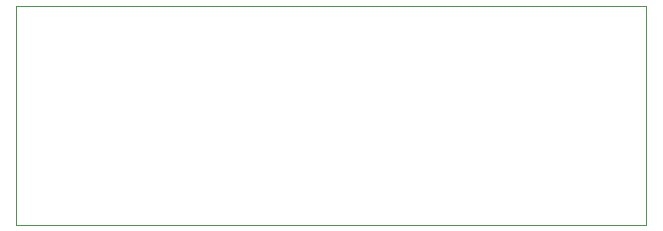
<source format=gbr>
%TF.GenerationSoftware,KiCad,Pcbnew,8.0.7*%
%TF.CreationDate,2025-01-12T23:09:13-06:00*%
%TF.ProjectId,DB37-to-IDC34-Floppy-Adapter,44423337-2d74-46f2-9d49-444333342d46,v1.0*%
%TF.SameCoordinates,Original*%
%TF.FileFunction,Profile,NP*%
%FSLAX46Y46*%
G04 Gerber Fmt 4.6, Leading zero omitted, Abs format (unit mm)*
G04 Created by KiCad (PCBNEW 8.0.7) date 2025-01-12 23:09:13*
%MOMM*%
%LPD*%
G01*
G04 APERTURE LIST*
%TA.AperFunction,Profile*%
%ADD10C,0.100000*%
%TD*%
G04 APERTURE END LIST*
D10*
X137160000Y-51282600D02*
X190500000Y-51282600D01*
X190500000Y-69850000D01*
X137160000Y-69850000D01*
X137160000Y-51282600D01*
M02*

</source>
